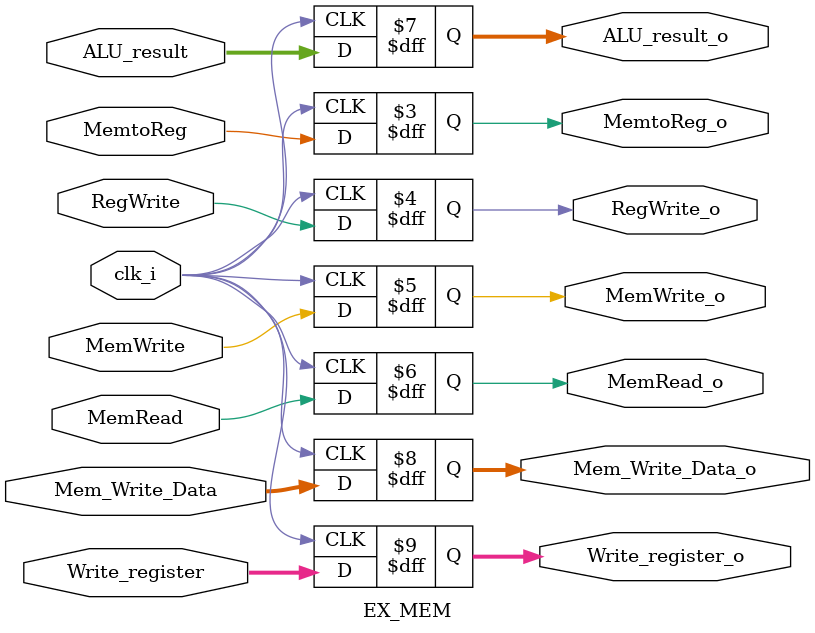
<source format=v>
module EX_MEM(
	input clk_i,

	// W/B (Write Back) Note: Variable named as ppt
	input MemtoReg,
	input RegWrite,
	// MEM (Memory Stage)
	input MemWrite,
	input MemRead,
	//
	input [31:0] ALU_result,
	input [31:0] Mem_Write_Data, //MUX7_out
	input [4:0] Write_register, //MUX5_3_out

	// W/B (Write Back) Note: Variable named as ppt
	output reg MemtoReg_o,
	output reg RegWrite_o,
	// MEM (Memory Stage)
	output reg MemWrite_o,
	output reg MemRead_o,
	//
	output reg [31:0] ALU_result_o,
	output reg [31:0] Mem_Write_Data_o,
	output reg [4:0] Write_register_o
);
initial begin
#1
	MemtoReg_o <= 0;
	RegWrite_o <= 0;
	MemWrite_o <= 0;
	MemRead_o <= 0;
	ALU_result_o <= 0;
	Mem_Write_Data_o <= 0;
	Write_register_o <= 0; 
end
always @(posedge clk_i) begin
	MemtoReg_o <= MemtoReg;
	RegWrite_o <= RegWrite;
	MemWrite_o <= MemWrite;
	MemRead_o <= MemRead;
	ALU_result_o <= ALU_result;
	Mem_Write_Data_o <= Mem_Write_Data;
	Write_register_o <= Write_register;
end
endmodule
</source>
